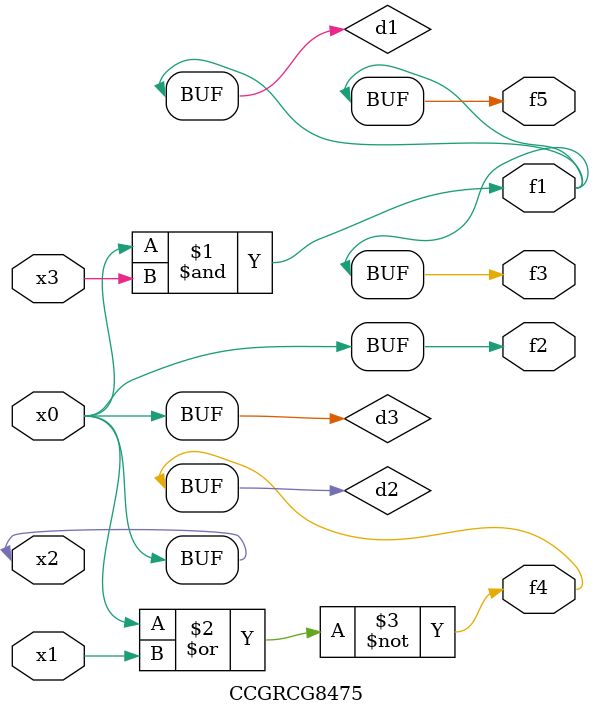
<source format=v>
module CCGRCG8475(
	input x0, x1, x2, x3,
	output f1, f2, f3, f4, f5
);

	wire d1, d2, d3;

	and (d1, x2, x3);
	nor (d2, x0, x1);
	buf (d3, x0, x2);
	assign f1 = d1;
	assign f2 = d3;
	assign f3 = d1;
	assign f4 = d2;
	assign f5 = d1;
endmodule

</source>
